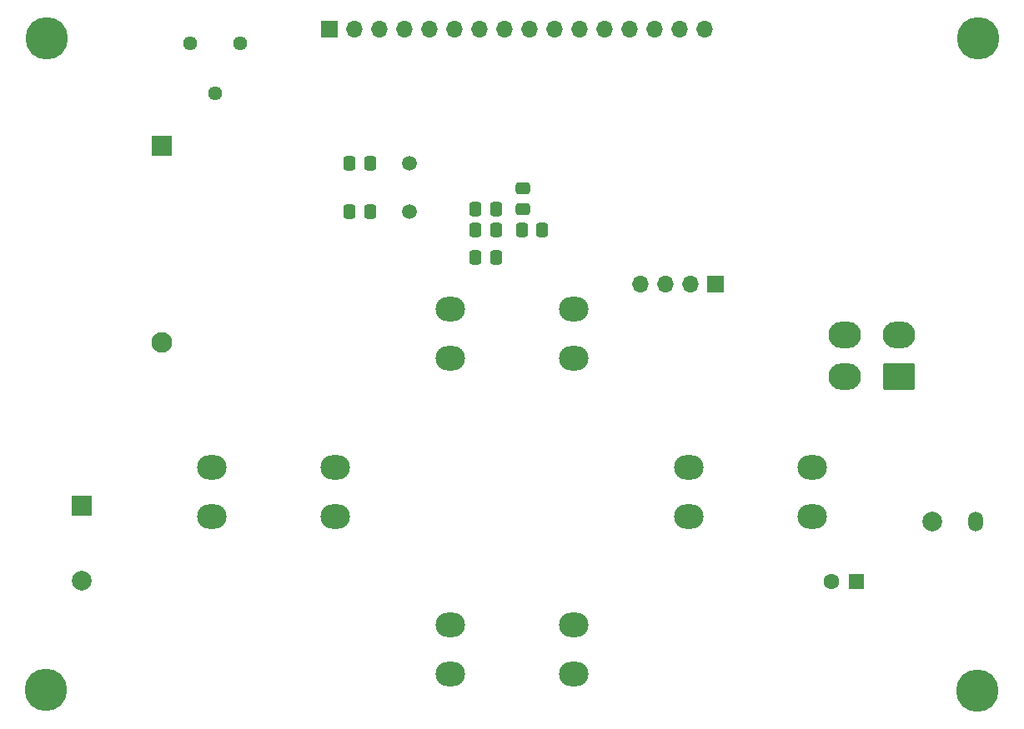
<source format=gbr>
%TF.GenerationSoftware,KiCad,Pcbnew,7.0.9*%
%TF.CreationDate,2024-02-19T11:32:55-03:00*%
%TF.ProjectId,iSTF,69535446-2e6b-4696-9361-645f70636258,rev?*%
%TF.SameCoordinates,Original*%
%TF.FileFunction,Soldermask,Top*%
%TF.FilePolarity,Negative*%
%FSLAX46Y46*%
G04 Gerber Fmt 4.6, Leading zero omitted, Abs format (unit mm)*
G04 Created by KiCad (PCBNEW 7.0.9) date 2024-02-19 11:32:55*
%MOMM*%
%LPD*%
G01*
G04 APERTURE LIST*
G04 Aperture macros list*
%AMRoundRect*
0 Rectangle with rounded corners*
0 $1 Rounding radius*
0 $2 $3 $4 $5 $6 $7 $8 $9 X,Y pos of 4 corners*
0 Add a 4 corners polygon primitive as box body*
4,1,4,$2,$3,$4,$5,$6,$7,$8,$9,$2,$3,0*
0 Add four circle primitives for the rounded corners*
1,1,$1+$1,$2,$3*
1,1,$1+$1,$4,$5*
1,1,$1+$1,$6,$7*
1,1,$1+$1,$8,$9*
0 Add four rect primitives between the rounded corners*
20,1,$1+$1,$2,$3,$4,$5,0*
20,1,$1+$1,$4,$5,$6,$7,0*
20,1,$1+$1,$6,$7,$8,$9,0*
20,1,$1+$1,$8,$9,$2,$3,0*%
G04 Aperture macros list end*
%ADD10RoundRect,0.250000X0.475000X-0.337500X0.475000X0.337500X-0.475000X0.337500X-0.475000X-0.337500X0*%
%ADD11RoundRect,0.250000X-0.337500X-0.475000X0.337500X-0.475000X0.337500X0.475000X-0.337500X0.475000X0*%
%ADD12RoundRect,0.250000X0.337500X0.475000X-0.337500X0.475000X-0.337500X-0.475000X0.337500X-0.475000X0*%
%ADD13C,4.300000*%
%ADD14O,3.000000X2.500000*%
%ADD15C,1.500000*%
%ADD16C,1.440000*%
%ADD17R,1.700000X1.700000*%
%ADD18O,1.700000X1.700000*%
%ADD19R,1.600000X1.600000*%
%ADD20C,1.600000*%
%ADD21R,2.100000X2.100000*%
%ADD22C,2.100000*%
%ADD23O,1.500000X2.000000*%
%ADD24C,2.000000*%
%ADD25RoundRect,0.250001X1.399999X-1.099999X1.399999X1.099999X-1.399999X1.099999X-1.399999X-1.099999X0*%
%ADD26O,3.300000X2.700000*%
%ADD27R,2.000000X2.000000*%
G04 APERTURE END LIST*
D10*
%TO.C,C9*%
X150030000Y-84179611D03*
X150030000Y-82104611D03*
%TD*%
D11*
%TO.C,C11*%
X132472500Y-79522111D03*
X134547500Y-79522111D03*
%TD*%
D12*
%TO.C,C6*%
X147317500Y-86292111D03*
X145242500Y-86292111D03*
%TD*%
%TO.C,C5*%
X147317500Y-89132111D03*
X145242500Y-89132111D03*
%TD*%
D13*
%TO.C,H4*%
X196200000Y-133100000D03*
%TD*%
D14*
%TO.C,SW4*%
X142700000Y-126462111D03*
X155200000Y-126462111D03*
X142700000Y-131462111D03*
X155200000Y-131462111D03*
%TD*%
D13*
%TO.C,H3*%
X101600000Y-133000000D03*
%TD*%
D14*
%TO.C,SW1*%
X166950000Y-110402111D03*
X179450000Y-110402111D03*
X166950000Y-115402111D03*
X179450000Y-115402111D03*
%TD*%
D12*
%TO.C,C7*%
X147317500Y-84212111D03*
X145242500Y-84212111D03*
%TD*%
D13*
%TO.C,H2*%
X196300000Y-66800000D03*
%TD*%
D14*
%TO.C,SW2*%
X118470000Y-110392111D03*
X130970000Y-110392111D03*
X118470000Y-115392111D03*
X130970000Y-115392111D03*
%TD*%
D11*
%TO.C,C8*%
X149942500Y-86292111D03*
X152017500Y-86292111D03*
%TD*%
D13*
%TO.C,H1*%
X101700000Y-66800000D03*
%TD*%
D15*
%TO.C,Y1*%
X138530000Y-79532111D03*
X138530000Y-84412111D03*
%TD*%
D14*
%TO.C,SW3*%
X142700000Y-94332111D03*
X155200000Y-94332111D03*
X142700000Y-99332111D03*
X155200000Y-99332111D03*
%TD*%
D11*
%TO.C,C12*%
X132472500Y-84402111D03*
X134547500Y-84402111D03*
%TD*%
D16*
%TO.C,RV1*%
X121400000Y-67300000D03*
X118860000Y-72380000D03*
X116320000Y-67300000D03*
%TD*%
D17*
%TO.C,J4*%
X130400000Y-65907888D03*
D18*
X132940000Y-65907888D03*
X135480000Y-65907888D03*
X138020000Y-65907888D03*
X140560000Y-65907888D03*
X143100000Y-65907888D03*
X145640000Y-65907888D03*
X148180000Y-65907888D03*
X150720000Y-65907888D03*
X153260000Y-65907888D03*
X155800000Y-65907888D03*
X158340000Y-65907888D03*
X160880000Y-65907888D03*
X163420000Y-65907888D03*
X165960000Y-65907888D03*
X168500000Y-65907888D03*
%TD*%
D19*
%TO.C,C1*%
X183905113Y-122000000D03*
D20*
X181405113Y-122000000D03*
%TD*%
D17*
%TO.C,J1*%
X169630000Y-91822111D03*
D18*
X167090000Y-91822111D03*
X164550000Y-91822111D03*
X162010000Y-91822111D03*
%TD*%
D21*
%TO.C,J3*%
X113400000Y-77710914D03*
D22*
X113400000Y-97710914D03*
%TD*%
D23*
%TO.C,J5*%
X196000000Y-115900000D03*
D24*
X191600000Y-115900000D03*
%TD*%
D25*
%TO.C,J2*%
X188250000Y-101200000D03*
D26*
X188250000Y-97000000D03*
X182750000Y-101200000D03*
X182750000Y-97000000D03*
%TD*%
D27*
%TO.C,BZ1*%
X105300000Y-114332111D03*
D24*
X105300000Y-121932111D03*
%TD*%
M02*

</source>
